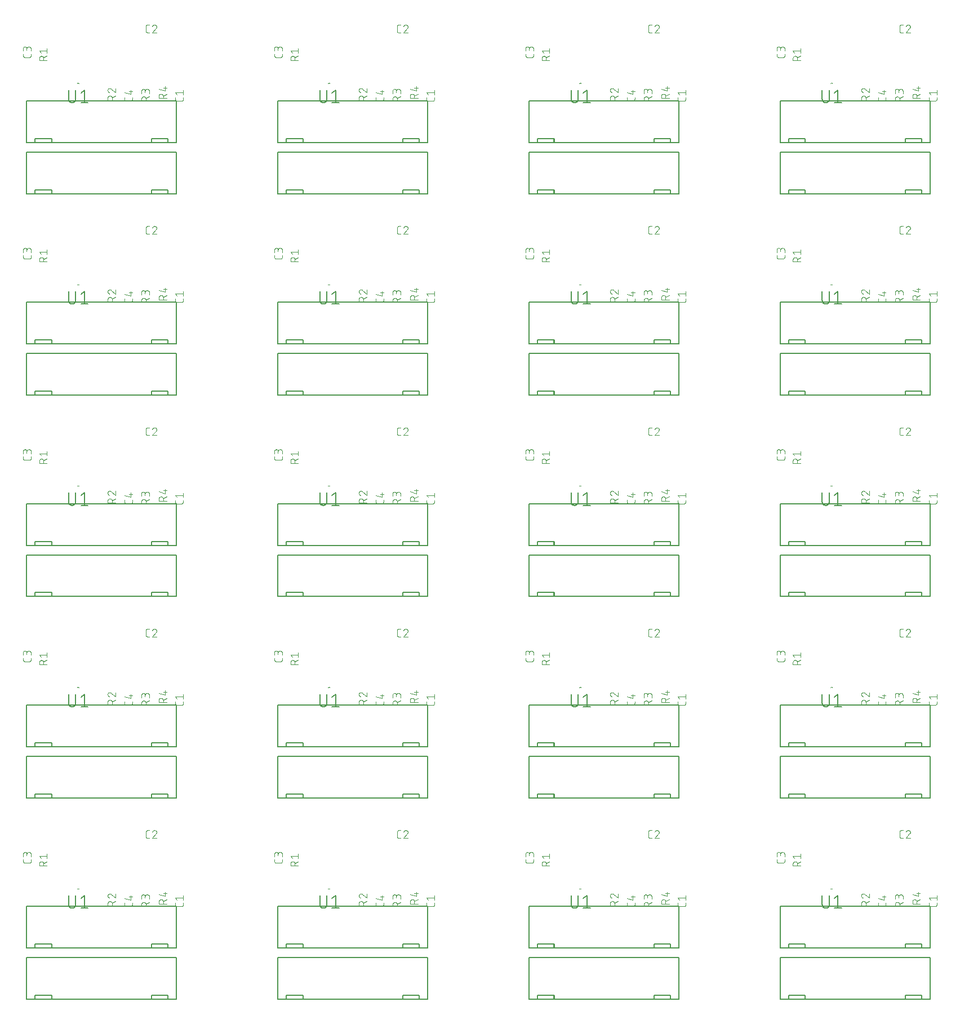
<source format=gbr>
G04 Panel Editor  V12.2 (Build 1133) Date:  Mon Apr 13 15:08:35 2020 *
G04 Database: C:\Users\sergey\Documents\EAGLE\projects\Led_amp\export\CAMOutputs\Panel\Led_amp.cam *
G04 Layer 6: silkscreen_top.gbr *
%FSLAX34Y34*%
%MOMM*%
%SFA1.000B1.000*%

%MIA0B0*%
%IPPOS*%
%ADD20C,0.10160*%
%ADD21C,0.00000*%
%ADD22C,0.20320*%
%ADD23C,0.12700*%
%LNsilkscreen_top.gbr*%
%SRX1Y1I0J0*%
%LPD*%
%SRX4Y5I37.754J30.254*%
G54D20*
X311312Y158301D02*
G01Y155704D01*
X311310Y155605*
X311304Y155505*
X311295Y155406*
X311282Y155308*
X311265Y155210*
X311244Y155112*
X311219Y155016*
X311191Y154921*
X311159Y154827*
X311124Y154734*
X311085Y154642*
X311042Y154552*
X310997Y154464*
X310947Y154377*
X310895Y154293*
X310839Y154210*
X310781Y154130*
X310719Y154052*
X310654Y153977*
X310586Y153904*
X310516Y153834*
X310443Y153766*
X310368Y153701*
X310290Y153639*
X310210Y153581*
X310127Y153525*
X310043Y153473*
X309956Y153423*
X309868Y153378*
X309778Y153335*
X309686Y153296*
X309593Y153261*
X309499Y153229*
X309404Y153201*
X309308Y153176*
X309210Y153155*
X309112Y153138*
X309014Y153125*
X308915Y153116*
X308815Y153110*
X308716Y153108*
X302224*
X302125Y153110*
X302025Y153116*
X301926Y153125*
X301828Y153138*
X301730Y153156*
X301632Y153176*
X301536Y153201*
X301440Y153229*
X301346Y153261*
X301253Y153296*
X301162Y153335*
X301072Y153378*
X300983Y153423*
X300897Y153473*
X300812Y153525*
X300730Y153581*
X300650Y153640*
X300572Y153701*
X300496Y153766*
X300423Y153834*
X300353Y153904*
X300285Y153977*
X300220Y154053*
X300159Y154131*
X300100Y154211*
X300044Y154293*
X299992Y154378*
X299943Y154464*
X299897Y154553*
X299854Y154643*
X299815Y154734*
X299780Y154827*
X299748Y154921*
X299720Y155017*
X299695Y155113*
X299675Y155211*
X299657Y155309*
X299644Y155407*
X299635Y155506*
X299629Y155605*
X299627Y155705*
X299628Y155704D02*
G01Y158301D01*
X302224Y162666D02*
G01X299628Y165912D01*
X311312*
Y169157D02*
G01Y162666D01*
X260571Y255778D02*
G01X257974D01*
X257875Y255780*
X257775Y255786*
X257676Y255795*
X257578Y255808*
X257480Y255825*
X257382Y255846*
X257286Y255871*
X257191Y255899*
X257097Y255931*
X257004Y255966*
X256912Y256005*
X256822Y256048*
X256734Y256093*
X256647Y256143*
X256563Y256195*
X256480Y256251*
X256400Y256309*
X256322Y256371*
X256247Y256436*
X256174Y256504*
X256104Y256574*
X256036Y256647*
X255971Y256722*
X255909Y256800*
X255851Y256880*
X255795Y256963*
X255743Y257047*
X255693Y257134*
X255648Y257222*
X255605Y257312*
X255566Y257404*
X255531Y257497*
X255499Y257591*
X255471Y257686*
X255446Y257782*
X255425Y257880*
X255408Y257978*
X255395Y258076*
X255386Y258175*
X255380Y258275*
X255378Y258374*
Y264866*
X255380Y264965*
X255386Y265065*
X255395Y265164*
X255408Y265262*
X255425Y265360*
X255446Y265458*
X255471Y265554*
X255499Y265649*
X255531Y265743*
X255566Y265836*
X255605Y265928*
X255648Y266018*
X255693Y266106*
X255743Y266193*
X255795Y266277*
X255851Y266360*
X255909Y266440*
X255971Y266518*
X256036Y266593*
X256104Y266666*
X256174Y266736*
X256247Y266804*
X256322Y266869*
X256400Y266931*
X256480Y266989*
X256563Y267045*
X256647Y267097*
X256734Y267147*
X256822Y267192*
X256912Y267235*
X257004Y267274*
X257096Y267309*
X257191Y267341*
X257286Y267369*
X257382Y267394*
X257480Y267415*
X257578Y267432*
X257676Y267445*
X257775Y267454*
X257875Y267460*
X257974Y267462*
X260571*
X268506D02*
G01X268613Y267460D01*
X268719Y267454*
X268825Y267444*
X268931Y267431*
X269037Y267413*
X269141Y267392*
X269245Y267367*
X269348Y267338*
X269449Y267306*
X269549Y267269*
X269648Y267229*
X269746Y267186*
X269842Y267139*
X269936Y267088*
X270028Y267034*
X270118Y266977*
X270206Y266917*
X270291Y266853*
X270374Y266786*
X270455Y266716*
X270533Y266644*
X270609Y266568*
X270681Y266490*
X270751Y266409*
X270818Y266326*
X270882Y266241*
X270942Y266153*
X270999Y266063*
X271053Y265971*
X271104Y265877*
X271151Y265781*
X271194Y265683*
X271234Y265584*
X271271Y265484*
X271303Y265383*
X271332Y265280*
X271357Y265176*
X271378Y265072*
X271396Y264966*
X271409Y264860*
X271419Y264754*
X271425Y264648*
X271427Y264541*
X268506Y267462D02*
G01X268385Y267460D01*
X268264Y267454*
X268144Y267444*
X268023Y267431*
X267904Y267413*
X267784Y267392*
X267666Y267367*
X267549Y267338*
X267432Y267305*
X267317Y267269*
X267203Y267228*
X267090Y267185*
X266978Y267137*
X266869Y267086*
X266761Y267031*
X266654Y266973*
X266550Y266912*
X266448Y266847*
X266348Y266779*
X266250Y266708*
X266154Y266634*
X266061Y266557*
X265971Y266476*
X265883Y266393*
X265798Y266307*
X265715Y266218*
X265636Y266127*
X265559Y266033*
X265486Y265937*
X265416Y265839*
X265349Y265738*
X265285Y265635*
X265225Y265530*
X265168Y265423*
X265114Y265315*
X265064Y265205*
X265018Y265093*
X264975Y264980*
X264936Y264865*
X270454Y262269D02*
G01X270533Y262346D01*
X270609Y262427*
X270682Y262510*
X270752Y262595*
X270819Y262683*
X270883Y262773*
X270943Y262865*
X271000Y262960*
X271054Y263056*
X271105Y263154*
X271152Y263254*
X271196Y263356*
X271236Y263459*
X271272Y263563*
X271304Y263669*
X271333Y263775*
X271358Y263883*
X271380Y263991*
X271397Y264101*
X271411Y264210*
X271420Y264320*
X271426Y264431*
X271428Y264541*
X270454Y262269D02*
G01X264936Y255778D01*
X271427*
X106842Y214068D02*
G01X95158D01*
Y217314*
X95160Y217427*
X95166Y217540*
X95176Y217653*
X95190Y217766*
X95207Y217878*
X95229Y217989*
X95254Y218099*
X95284Y218209*
X95317Y218317*
X95354Y218424*
X95394Y218530*
X95439Y218634*
X95487Y218737*
X95538Y218838*
X95593Y218937*
X95651Y219034*
X95713Y219129*
X95778Y219222*
X95846Y219312*
X95917Y219400*
X95992Y219486*
X96069Y219569*
X96149Y219649*
X96232Y219726*
X96318Y219801*
X96406Y219872*
X96496Y219940*
X96589Y220005*
X96684Y220067*
X96781Y220125*
X96880Y220180*
X96981Y220231*
X97084Y220279*
X97188Y220324*
X97294Y220364*
X97401Y220401*
X97509Y220434*
X97619Y220464*
X97729Y220489*
X97840Y220511*
X97952Y220528*
X98065Y220542*
X98178Y220552*
X98291Y220558*
X98404Y220560*
X98517Y220558*
X98630Y220552*
X98743Y220542*
X98856Y220528*
X98968Y220511*
X99079Y220489*
X99189Y220464*
X99299Y220434*
X99407Y220401*
X99514Y220364*
X99620Y220324*
X99724Y220279*
X99827Y220231*
X99928Y220180*
X100027Y220125*
X100124Y220067*
X100219Y220005*
X100312Y219940*
X100402Y219872*
X100490Y219801*
X100576Y219726*
X100659Y219649*
X100739Y219569*
X100816Y219486*
X100891Y219400*
X100962Y219312*
X101030Y219222*
X101095Y219129*
X101157Y219034*
X101215Y218937*
X101270Y218838*
X101321Y218737*
X101369Y218634*
X101414Y218530*
X101454Y218424*
X101491Y218317*
X101524Y218209*
X101554Y218099*
X101579Y217989*
X101601Y217878*
X101618Y217766*
X101632Y217653*
X101642Y217540*
X101648Y217427*
X101650Y217314*
X101649D02*
G01Y214068D01*
Y217963D02*
G01X106842Y220559D01*
X97754Y225424D02*
G01X95158Y228670D01*
X106842*
Y231915D02*
G01Y225424D01*
X198028Y154378D02*
G01X209712D01*
X198028D02*
G01Y157624D01*
X198030Y157737*
X198036Y157850*
X198046Y157963*
X198060Y158076*
X198077Y158188*
X198099Y158299*
X198124Y158409*
X198154Y158519*
X198187Y158627*
X198224Y158734*
X198264Y158840*
X198309Y158944*
X198357Y159047*
X198408Y159148*
X198463Y159247*
X198521Y159344*
X198583Y159439*
X198648Y159532*
X198716Y159622*
X198787Y159710*
X198862Y159796*
X198939Y159879*
X199019Y159959*
X199102Y160036*
X199188Y160111*
X199276Y160182*
X199366Y160250*
X199459Y160315*
X199554Y160377*
X199651Y160435*
X199750Y160490*
X199851Y160541*
X199954Y160589*
X200058Y160634*
X200164Y160674*
X200271Y160711*
X200379Y160744*
X200489Y160774*
X200599Y160799*
X200710Y160821*
X200822Y160838*
X200935Y160852*
X201048Y160862*
X201161Y160868*
X201274Y160870*
X201387Y160868*
X201500Y160862*
X201613Y160852*
X201726Y160838*
X201838Y160821*
X201949Y160799*
X202059Y160774*
X202169Y160744*
X202277Y160711*
X202384Y160674*
X202490Y160634*
X202594Y160589*
X202697Y160541*
X202798Y160490*
X202897Y160435*
X202994Y160377*
X203089Y160315*
X203182Y160250*
X203272Y160182*
X203360Y160111*
X203446Y160036*
X203529Y159959*
X203609Y159879*
X203686Y159796*
X203761Y159710*
X203832Y159622*
X203900Y159532*
X203965Y159439*
X204027Y159344*
X204085Y159247*
X204140Y159148*
X204191Y159047*
X204239Y158944*
X204284Y158840*
X204324Y158734*
X204361Y158627*
X204394Y158519*
X204424Y158409*
X204449Y158299*
X204471Y158188*
X204488Y158076*
X204502Y157963*
X204512Y157850*
X204518Y157737*
X204520Y157624*
X204519D02*
G01Y154378D01*
Y158273D02*
G01X209712Y160869D01*
X200949Y172225D02*
G01X200842Y172223D01*
X200736Y172217*
X200630Y172207*
X200524Y172194*
X200418Y172176*
X200314Y172155*
X200210Y172130*
X200107Y172101*
X200006Y172069*
X199906Y172032*
X199807Y171992*
X199709Y171949*
X199613Y171902*
X199519Y171851*
X199427Y171797*
X199337Y171740*
X199249Y171680*
X199164Y171616*
X199081Y171549*
X199000Y171479*
X198922Y171407*
X198846Y171331*
X198774Y171253*
X198704Y171172*
X198637Y171089*
X198573Y171004*
X198513Y170916*
X198456Y170826*
X198402Y170734*
X198351Y170640*
X198304Y170544*
X198261Y170446*
X198221Y170347*
X198184Y170247*
X198152Y170146*
X198123Y170043*
X198098Y169939*
X198077Y169835*
X198059Y169729*
X198046Y169623*
X198036Y169517*
X198030Y169411*
X198028Y169304*
X198030Y169183*
X198036Y169062*
X198046Y168942*
X198059Y168821*
X198077Y168702*
X198098Y168582*
X198123Y168464*
X198152Y168347*
X198185Y168230*
X198221Y168115*
X198262Y168001*
X198305Y167888*
X198353Y167776*
X198404Y167667*
X198459Y167559*
X198517Y167452*
X198578Y167348*
X198643Y167246*
X198711Y167146*
X198782Y167048*
X198856Y166952*
X198933Y166859*
X199014Y166769*
X199097Y166681*
X199183Y166596*
X199272Y166513*
X199363Y166434*
X199457Y166357*
X199553Y166284*
X199651Y166214*
X199752Y166147*
X199855Y166083*
X199960Y166023*
X200067Y165965*
X200175Y165912*
X200285Y165862*
X200397Y165816*
X200510Y165773*
X200625Y165734*
X203221Y171251D02*
G01X203143Y171330D01*
X203063Y171406*
X202980Y171479*
X202894Y171549*
X202807Y171616*
X202716Y171680*
X202624Y171740*
X202530Y171798*
X202433Y171852*
X202335Y171902*
X202235Y171949*
X202134Y171993*
X202031Y172033*
X201926Y172069*
X201821Y172101*
X201714Y172130*
X201607Y172155*
X201498Y172177*
X201389Y172194*
X201280Y172208*
X201170Y172217*
X201059Y172223*
X200949Y172225*
X203221Y171252D02*
G01X209712Y165734D01*
Y172225*
X248828Y153108D02*
G01X260512D01*
X248828D02*
G01Y156354D01*
X248830Y156467*
X248836Y156580*
X248846Y156693*
X248860Y156806*
X248877Y156918*
X248899Y157029*
X248924Y157139*
X248954Y157249*
X248987Y157357*
X249024Y157464*
X249064Y157570*
X249109Y157674*
X249157Y157777*
X249208Y157878*
X249263Y157977*
X249321Y158074*
X249383Y158169*
X249448Y158262*
X249516Y158352*
X249587Y158440*
X249662Y158526*
X249739Y158609*
X249819Y158689*
X249902Y158766*
X249988Y158841*
X250076Y158912*
X250166Y158980*
X250259Y159045*
X250354Y159107*
X250451Y159165*
X250550Y159220*
X250651Y159271*
X250754Y159319*
X250858Y159364*
X250964Y159404*
X251071Y159441*
X251179Y159474*
X251289Y159504*
X251399Y159529*
X251510Y159551*
X251622Y159568*
X251735Y159582*
X251848Y159592*
X251961Y159598*
X252074Y159600*
X252187Y159598*
X252300Y159592*
X252413Y159582*
X252526Y159568*
X252638Y159551*
X252749Y159529*
X252859Y159504*
X252969Y159474*
X253077Y159441*
X253184Y159404*
X253290Y159364*
X253394Y159319*
X253497Y159271*
X253598Y159220*
X253697Y159165*
X253794Y159107*
X253889Y159045*
X253982Y158980*
X254072Y158912*
X254160Y158841*
X254246Y158766*
X254329Y158689*
X254409Y158609*
X254486Y158526*
X254561Y158440*
X254632Y158352*
X254700Y158262*
X254765Y158169*
X254827Y158074*
X254885Y157977*
X254940Y157878*
X254991Y157777*
X255039Y157674*
X255084Y157570*
X255124Y157464*
X255161Y157357*
X255194Y157249*
X255224Y157139*
X255249Y157029*
X255271Y156918*
X255288Y156806*
X255302Y156693*
X255312Y156580*
X255318Y156467*
X255320Y156354*
X255319D02*
G01Y153108D01*
Y157003D02*
G01X260512Y159599D01*
Y164464D02*
G01Y167710D01*
X260510Y167823*
X260504Y167936*
X260494Y168049*
X260480Y168162*
X260463Y168274*
X260441Y168385*
X260416Y168495*
X260386Y168605*
X260353Y168713*
X260316Y168820*
X260276Y168926*
X260231Y169030*
X260183Y169133*
X260132Y169234*
X260077Y169333*
X260019Y169430*
X259957Y169525*
X259892Y169618*
X259824Y169708*
X259753Y169796*
X259678Y169882*
X259601Y169965*
X259521Y170045*
X259438Y170122*
X259352Y170197*
X259264Y170268*
X259174Y170336*
X259081Y170401*
X258986Y170463*
X258889Y170521*
X258790Y170576*
X258689Y170627*
X258586Y170675*
X258482Y170720*
X258376Y170760*
X258269Y170797*
X258161Y170830*
X258051Y170860*
X257941Y170885*
X257830Y170907*
X257718Y170924*
X257605Y170938*
X257492Y170948*
X257379Y170954*
X257266Y170956*
X257153Y170954*
X257040Y170948*
X256927Y170938*
X256814Y170924*
X256702Y170907*
X256591Y170885*
X256481Y170860*
X256371Y170830*
X256263Y170797*
X256156Y170760*
X256050Y170720*
X255946Y170675*
X255843Y170627*
X255742Y170576*
X255643Y170521*
X255546Y170463*
X255451Y170401*
X255358Y170336*
X255268Y170268*
X255180Y170197*
X255094Y170122*
X255011Y170045*
X254931Y169965*
X254854Y169882*
X254779Y169796*
X254708Y169708*
X254640Y169618*
X254575Y169525*
X254513Y169430*
X254455Y169333*
X254400Y169234*
X254349Y169133*
X254301Y169030*
X254256Y168926*
X254216Y168820*
X254179Y168713*
X254146Y168605*
X254116Y168495*
X254091Y168385*
X254069Y168274*
X254052Y168162*
X254038Y168049*
X254028Y167936*
X254022Y167823*
X254020Y167710*
X248828Y168359D02*
G01Y164464D01*
Y168359D02*
G01X248830Y168460D01*
X248836Y168560*
X248846Y168660*
X248859Y168760*
X248877Y168859*
X248898Y168958*
X248923Y169055*
X248952Y169152*
X248985Y169247*
X249021Y169341*
X249061Y169433*
X249104Y169524*
X249151Y169613*
X249201Y169700*
X249255Y169786*
X249312Y169869*
X249372Y169949*
X249435Y170028*
X249502Y170104*
X249571Y170177*
X249643Y170247*
X249717Y170315*
X249794Y170380*
X249874Y170441*
X249956Y170500*
X250040Y170555*
X250126Y170607*
X250214Y170656*
X250304Y170701*
X250396Y170743*
X250489Y170781*
X250584Y170815*
X250679Y170846*
X250776Y170873*
X250874Y170896*
X250973Y170916*
X251073Y170931*
X251173Y170943*
X251273Y170951*
X251374Y170955*
X251474*
X251575Y170951*
X251675Y170943*
X251775Y170931*
X251875Y170916*
X251974Y170896*
X252072Y170873*
X252169Y170846*
X252264Y170815*
X252359Y170781*
X252452Y170743*
X252544Y170701*
X252634Y170656*
X252722Y170607*
X252808Y170555*
X252892Y170500*
X252974Y170441*
X253054Y170380*
X253131Y170315*
X253205Y170247*
X253277Y170177*
X253346Y170104*
X253413Y170028*
X253476Y169949*
X253536Y169869*
X253593Y169786*
X253647Y169700*
X253697Y169613*
X253744Y169524*
X253787Y169433*
X253827Y169341*
X253863Y169247*
X253896Y169152*
X253925Y169055*
X253950Y168958*
X253971Y168859*
X253989Y168760*
X254002Y168660*
X254012Y168560*
X254018Y168460*
X254020Y168359*
X254021D02*
G01Y165763D01*
X274818Y157165D02*
G01X286502D01*
X274818D02*
G01Y160410D01*
X274820Y160523*
X274826Y160636*
X274836Y160749*
X274850Y160862*
X274867Y160974*
X274889Y161085*
X274914Y161195*
X274944Y161305*
X274977Y161413*
X275014Y161520*
X275054Y161626*
X275099Y161730*
X275147Y161833*
X275198Y161934*
X275253Y162033*
X275311Y162130*
X275373Y162225*
X275438Y162318*
X275506Y162408*
X275577Y162496*
X275652Y162582*
X275729Y162665*
X275809Y162745*
X275892Y162822*
X275978Y162897*
X276066Y162968*
X276156Y163036*
X276249Y163101*
X276344Y163163*
X276441Y163221*
X276540Y163276*
X276641Y163327*
X276744Y163375*
X276848Y163420*
X276954Y163460*
X277061Y163497*
X277169Y163530*
X277279Y163560*
X277389Y163585*
X277500Y163607*
X277612Y163624*
X277725Y163638*
X277838Y163648*
X277951Y163654*
X278064Y163656*
X278177Y163654*
X278290Y163648*
X278403Y163638*
X278516Y163624*
X278628Y163607*
X278739Y163585*
X278849Y163560*
X278959Y163530*
X279067Y163497*
X279174Y163460*
X279280Y163420*
X279384Y163375*
X279487Y163327*
X279588Y163276*
X279687Y163221*
X279784Y163163*
X279879Y163101*
X279972Y163036*
X280062Y162968*
X280150Y162897*
X280236Y162822*
X280319Y162745*
X280399Y162665*
X280476Y162582*
X280551Y162496*
X280622Y162408*
X280690Y162318*
X280755Y162225*
X280817Y162130*
X280875Y162033*
X280930Y161934*
X280981Y161833*
X281029Y161730*
X281074Y161626*
X281114Y161520*
X281151Y161413*
X281184Y161305*
X281214Y161195*
X281239Y161085*
X281261Y160974*
X281278Y160862*
X281292Y160749*
X281302Y160636*
X281308Y160523*
X281310Y160410*
X281309D02*
G01Y157165D01*
Y161059D02*
G01X286502Y163656D01*
X283906Y168521D02*
G01X274818Y171117D01*
X283906Y168521D02*
G01Y175012D01*
X281309Y173065D02*
G01X286502D01*
G54D21*
X154340Y179778D02*
G01X154240Y179821D01*
X154138Y179860*
X154035Y179895*
X153931Y179927*
X153825Y179955*
X153719Y179980*
X153612Y180001*
X153504Y180018*
X153396Y180031*
X153288Y180040*
X153179Y180046*
X153070Y180048*
X152961Y180046*
X152852Y180040*
X152744Y180031*
X152636Y180018*
X152528Y180001*
X152421Y179980*
X152315Y179955*
X152209Y179927*
X152105Y179895*
X152002Y179860*
X151900Y179821*
X151800Y179778*
G54D22*
X139244Y169537D02*
G01Y155941D01*
X139246Y155798*
X139252Y155655*
X139262Y155513*
X139275Y155371*
X139293Y155229*
X139314Y155088*
X139339Y154947*
X139368Y154807*
X139401Y154668*
X139438Y154530*
X139478Y154393*
X139522Y154257*
X139570Y154123*
X139622Y153990*
X139677Y153858*
X139736Y153728*
X139798Y153599*
X139864Y153472*
X139933Y153347*
X140005Y153224*
X140081Y153103*
X140160Y152984*
X140243Y152867*
X140328Y152753*
X140417Y152641*
X140508Y152531*
X140603Y152424*
X140701Y152320*
X140801Y152218*
X140904Y152119*
X141010Y152023*
X141118Y151930*
X141229Y151840*
X141342Y151753*
X141458Y151669*
X141575Y151588*
X141695Y151511*
X141817Y151437*
X141941Y151366*
X142067Y151298*
X142195Y151234*
X142324Y151174*
X142455Y151117*
X142588Y151064*
X142722Y151014*
X142857Y150968*
X142994Y150926*
X143131Y150887*
X143270Y150852*
X143409Y150821*
X143549Y150794*
X143690Y150771*
X143832Y150751*
X143974Y150736*
X144116Y150724*
X144259Y150716*
X144402Y150712*
X144544*
X144687Y150716*
X144830Y150724*
X144972Y150736*
X145114Y150751*
X145256Y150771*
X145397Y150794*
X145537Y150821*
X145676Y150852*
X145815Y150887*
X145952Y150926*
X146089Y150968*
X146224Y151014*
X146358Y151064*
X146491Y151117*
X146622Y151174*
X146751Y151234*
X146879Y151298*
X147005Y151366*
X147129Y151437*
X147251Y151511*
X147371Y151588*
X147488Y151669*
X147604Y151753*
X147717Y151840*
X147828Y151930*
X147936Y152023*
X148042Y152119*
X148145Y152218*
X148245Y152320*
X148343Y152424*
X148438Y152531*
X148529Y152641*
X148618Y152753*
X148703Y152867*
X148786Y152984*
X148865Y153103*
X148941Y153224*
X149013Y153347*
X149082Y153472*
X149148Y153599*
X149210Y153728*
X149269Y153858*
X149324Y153990*
X149376Y154123*
X149424Y154257*
X149468Y154393*
X149508Y154530*
X149545Y154668*
X149578Y154807*
X149607Y154947*
X149632Y155088*
X149653Y155229*
X149671Y155371*
X149684Y155513*
X149694Y155655*
X149700Y155798*
X149702Y155941*
Y169537*
X157694Y165354D02*
G01X162923Y169537D01*
Y150712*
X157694D02*
G01X168153D01*
G54D20*
X82712Y221189D02*
G01Y223786D01*
Y221189D02*
G01X82710Y221090D01*
X82704Y220990*
X82695Y220891*
X82682Y220793*
X82665Y220695*
X82644Y220597*
X82619Y220501*
X82591Y220406*
X82559Y220312*
X82524Y220219*
X82485Y220127*
X82442Y220037*
X82397Y219949*
X82347Y219862*
X82295Y219778*
X82239Y219695*
X82181Y219615*
X82119Y219537*
X82054Y219462*
X81986Y219389*
X81916Y219319*
X81843Y219251*
X81768Y219186*
X81690Y219124*
X81610Y219066*
X81527Y219010*
X81443Y218958*
X81356Y218908*
X81268Y218863*
X81178Y218820*
X81086Y218781*
X80993Y218746*
X80899Y218714*
X80804Y218686*
X80708Y218661*
X80610Y218640*
X80512Y218623*
X80414Y218610*
X80315Y218601*
X80215Y218595*
X80116Y218593*
X73624*
Y218592D02*
G01X73525Y218594D01*
X73425Y218600*
X73326Y218609*
X73228Y218622*
X73130Y218640*
X73032Y218660*
X72936Y218685*
X72840Y218713*
X72746Y218745*
X72653Y218780*
X72562Y218819*
X72472Y218862*
X72383Y218907*
X72297Y218957*
X72212Y219009*
X72130Y219065*
X72050Y219124*
X71972Y219185*
X71896Y219250*
X71823Y219318*
X71753Y219388*
X71685Y219461*
X71620Y219537*
X71559Y219615*
X71500Y219695*
X71444Y219777*
X71392Y219862*
X71343Y219948*
X71297Y220037*
X71254Y220127*
X71215Y220218*
X71180Y220311*
X71148Y220405*
X71120Y220501*
X71095Y220597*
X71075Y220695*
X71057Y220793*
X71044Y220891*
X71035Y220990*
X71029Y221089*
X71027Y221189*
X71028D02*
G01Y223786D01*
X82712Y228151D02*
G01Y231396D01*
X82710Y231509*
X82704Y231622*
X82694Y231735*
X82680Y231848*
X82663Y231960*
X82641Y232071*
X82616Y232181*
X82586Y232291*
X82553Y232399*
X82516Y232506*
X82476Y232612*
X82431Y232716*
X82383Y232819*
X82332Y232920*
X82277Y233019*
X82219Y233116*
X82157Y233211*
X82092Y233304*
X82024Y233394*
X81953Y233482*
X81878Y233568*
X81801Y233651*
X81721Y233731*
X81638Y233808*
X81552Y233883*
X81464Y233954*
X81374Y234022*
X81281Y234087*
X81186Y234149*
X81089Y234207*
X80990Y234262*
X80889Y234313*
X80786Y234361*
X80682Y234406*
X80576Y234446*
X80469Y234483*
X80361Y234516*
X80251Y234546*
X80141Y234571*
X80030Y234593*
X79918Y234610*
X79805Y234624*
X79692Y234634*
X79579Y234640*
X79466Y234642*
X79353Y234640*
X79240Y234634*
X79127Y234624*
X79014Y234610*
X78902Y234593*
X78791Y234571*
X78681Y234546*
X78571Y234516*
X78463Y234483*
X78356Y234446*
X78250Y234406*
X78146Y234361*
X78043Y234313*
X77942Y234262*
X77843Y234207*
X77746Y234149*
X77651Y234087*
X77558Y234022*
X77468Y233954*
X77380Y233883*
X77294Y233808*
X77211Y233731*
X77131Y233651*
X77054Y233568*
X76979Y233482*
X76908Y233394*
X76840Y233304*
X76775Y233211*
X76713Y233116*
X76655Y233019*
X76600Y232920*
X76549Y232819*
X76501Y232716*
X76456Y232612*
X76416Y232506*
X76379Y232399*
X76346Y232291*
X76316Y232181*
X76291Y232071*
X76269Y231960*
X76252Y231848*
X76238Y231735*
X76228Y231622*
X76222Y231509*
X76220Y231396*
X71028Y232046D02*
G01Y228151D01*
Y232046D02*
G01X71030Y232147D01*
X71036Y232247*
X71046Y232347*
X71059Y232447*
X71077Y232546*
X71098Y232645*
X71123Y232742*
X71152Y232839*
X71185Y232934*
X71221Y233028*
X71261Y233120*
X71304Y233211*
X71351Y233300*
X71401Y233387*
X71455Y233473*
X71512Y233556*
X71572Y233636*
X71635Y233715*
X71702Y233791*
X71771Y233864*
X71843Y233934*
X71917Y234002*
X71994Y234067*
X72074Y234128*
X72156Y234187*
X72240Y234242*
X72326Y234294*
X72414Y234343*
X72504Y234388*
X72596Y234430*
X72689Y234468*
X72784Y234502*
X72879Y234533*
X72976Y234560*
X73074Y234583*
X73173Y234603*
X73273Y234618*
X73373Y234630*
X73473Y234638*
X73574Y234642*
X73674*
X73775Y234638*
X73875Y234630*
X73975Y234618*
X74075Y234603*
X74174Y234583*
X74272Y234560*
X74369Y234533*
X74464Y234502*
X74559Y234468*
X74652Y234430*
X74744Y234388*
X74834Y234343*
X74922Y234294*
X75008Y234242*
X75092Y234187*
X75174Y234128*
X75254Y234067*
X75331Y234002*
X75405Y233934*
X75477Y233864*
X75546Y233791*
X75613Y233715*
X75676Y233636*
X75736Y233556*
X75793Y233473*
X75847Y233387*
X75897Y233300*
X75944Y233211*
X75987Y233120*
X76027Y233028*
X76063Y232934*
X76096Y232839*
X76125Y232742*
X76150Y232645*
X76171Y232546*
X76189Y232447*
X76202Y232347*
X76212Y232247*
X76218Y232147*
X76220Y232046*
X76221D02*
G01Y229449D01*
X234902Y158561D02*
G01Y155964D01*
X234900Y155865*
X234894Y155765*
X234885Y155666*
X234872Y155568*
X234855Y155470*
X234834Y155372*
X234809Y155276*
X234781Y155181*
X234749Y155087*
X234714Y154994*
X234675Y154902*
X234632Y154812*
X234587Y154724*
X234537Y154637*
X234485Y154553*
X234429Y154470*
X234371Y154390*
X234309Y154312*
X234244Y154237*
X234176Y154164*
X234106Y154094*
X234033Y154026*
X233958Y153961*
X233880Y153899*
X233800Y153841*
X233717Y153785*
X233633Y153733*
X233546Y153683*
X233458Y153638*
X233368Y153595*
X233276Y153556*
X233183Y153521*
X233089Y153489*
X232994Y153461*
X232898Y153436*
X232800Y153415*
X232702Y153398*
X232604Y153385*
X232505Y153376*
X232405Y153370*
X232306Y153368*
X225814*
X225715Y153370*
X225615Y153376*
X225516Y153385*
X225418Y153398*
X225320Y153416*
X225222Y153436*
X225126Y153461*
X225030Y153489*
X224936Y153521*
X224843Y153556*
X224752Y153595*
X224662Y153638*
X224573Y153683*
X224487Y153733*
X224402Y153785*
X224320Y153841*
X224240Y153900*
X224162Y153961*
X224086Y154026*
X224013Y154094*
X223943Y154164*
X223875Y154237*
X223810Y154313*
X223749Y154391*
X223690Y154471*
X223634Y154553*
X223582Y154638*
X223533Y154724*
X223487Y154813*
X223444Y154903*
X223405Y154994*
X223370Y155087*
X223338Y155181*
X223310Y155277*
X223285Y155373*
X223265Y155471*
X223247Y155569*
X223234Y155667*
X223225Y155766*
X223219Y155865*
X223217Y155965*
X223218Y155964D02*
G01Y158561D01*
Y165523D02*
G01X232306Y162926D01*
Y169417*
X229709Y167470D02*
G01X234902D01*
G54D23*
X301270Y153070D02*
G01Y90570D01*
Y153070D02*
G01X76270D01*
Y90570*
X88770*
X113770*
X113840D02*
G01X263770D01*
X288770*
X301270*
X88770D02*
G01Y96520D01*
X113770*
X263770D02*
G01X288770D01*
Y90570*
X263770D02*
G01Y96520D01*
X113840Y90570D02*
G01X113770D01*
X113840D02*
G01Y96520D01*
X113770*
Y90570*
X301270Y76270D02*
G01Y13770D01*
Y76270D02*
G01X76270D01*
Y13770*
X88770*
X113770*
X113840D02*
G01X263770D01*
X288770*
X301270*
X88770D02*
G01Y19720D01*
X113770*
X263770D02*
G01X288770D01*
Y13770*
X263770D02*
G01Y19720D01*
X113840Y13770D02*
G01X113770D01*
X113840D02*
G01Y19720D01*
X113770*
Y13770*
M02*

</source>
